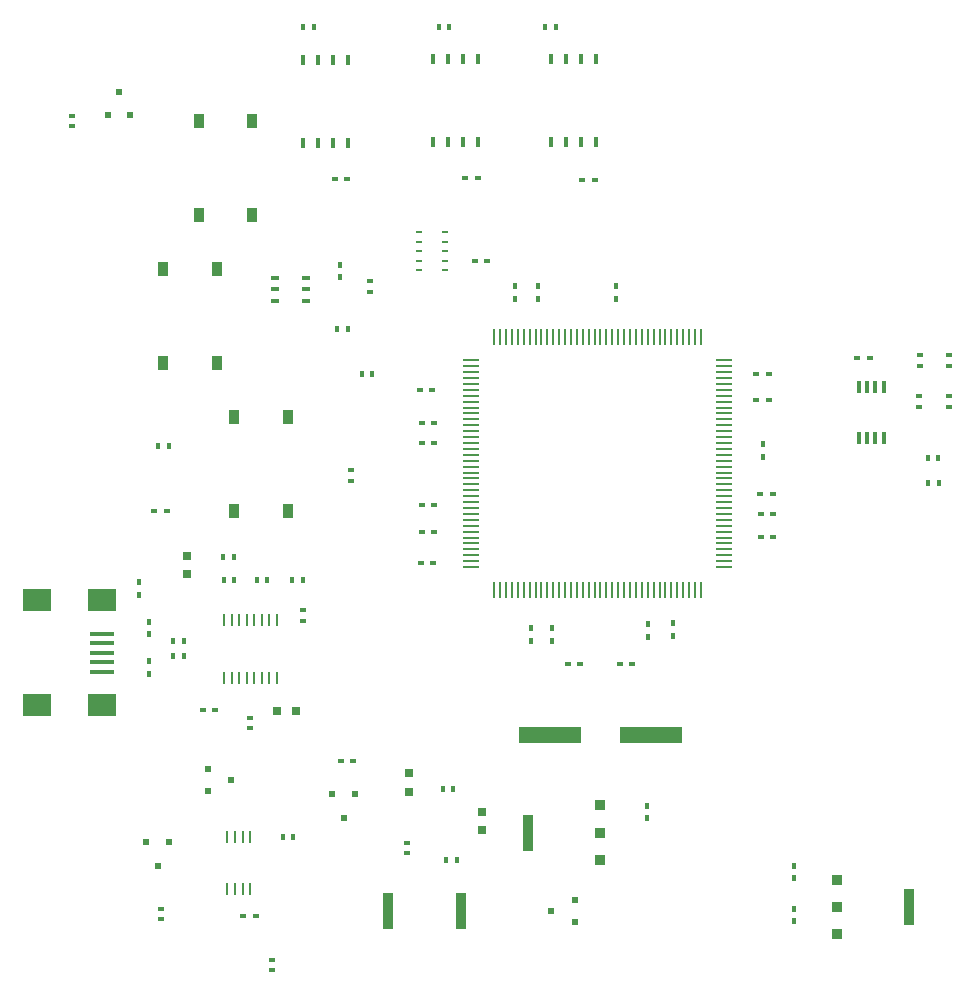
<source format=gbr>
G04 #@! TF.FileFunction,Paste,Top*
%FSLAX46Y46*%
G04 Gerber Fmt 4.6, Leading zero omitted, Abs format (unit mm)*
G04 Created by KiCad (PCBNEW 4.0.4-stable) date Thursday, April 19, 2018 'PMt' 11:46:15 PM*
%MOMM*%
%LPD*%
G01*
G04 APERTURE LIST*
%ADD10C,0.100000*%
%ADD11R,0.458000X0.810000*%
%ADD12R,0.570000X0.490000*%
%ADD13R,0.500000X0.400000*%
%ADD14R,0.400000X0.500000*%
%ADD15R,0.700000X0.700000*%
%ADD16R,2.350000X1.850000*%
%ADD17R,2.150000X0.350000*%
%ADD18R,0.490000X0.570000*%
%ADD19R,0.560000X0.360000*%
%ADD20R,0.360000X0.560000*%
%ADD21R,0.850000X3.050000*%
%ADD22R,0.150000X1.400000*%
%ADD23R,1.400000X0.150000*%
%ADD24R,0.930000X0.930000*%
%ADD25R,0.930000X3.090000*%
%ADD26R,0.210000X1.010000*%
%ADD27R,0.490000X0.250000*%
%ADD28R,0.650000X0.450000*%
%ADD29R,5.350000X1.350000*%
%ADD30R,0.970000X1.170000*%
%ADD31R,0.269100X0.993000*%
%ADD32R,0.300000X1.000000*%
%ADD33R,0.450000X1.000000*%
G04 APERTURE END LIST*
D10*
D11*
X125365000Y-37880000D03*
X126635000Y-37880000D03*
X127905000Y-37880000D03*
X124095000Y-37880000D03*
X124095000Y-30800000D03*
X125365000Y-30800000D03*
X126635000Y-30800000D03*
X127905000Y-30800000D03*
D12*
X145050000Y-102870000D03*
X147050000Y-103830000D03*
X147050000Y-101920000D03*
D13*
X127237000Y-90170000D03*
X128287000Y-90170000D03*
D14*
X145130000Y-78945000D03*
X145130000Y-79995000D03*
X155350000Y-78505000D03*
X155350000Y-79555000D03*
X144000000Y-51025000D03*
X144000000Y-49975000D03*
X153162000Y-93963000D03*
X153162000Y-95013000D03*
D13*
X116625000Y-85880000D03*
X115575000Y-85880000D03*
X135025000Y-58800000D03*
X133975000Y-58800000D03*
X135165000Y-63250000D03*
X134115000Y-63250000D03*
D14*
X150600000Y-51025000D03*
X150600000Y-49975000D03*
X163050000Y-63375000D03*
X163050000Y-64425000D03*
D13*
X162795000Y-67600000D03*
X163845000Y-67600000D03*
D14*
X142000000Y-49975000D03*
X142000000Y-51025000D03*
D13*
X162435000Y-57370000D03*
X163485000Y-57370000D03*
X162835000Y-71190000D03*
X163885000Y-71190000D03*
D14*
X153300000Y-79655000D03*
X153300000Y-78605000D03*
X143375000Y-78950000D03*
X143375000Y-80000000D03*
D13*
X135155000Y-68540000D03*
X134105000Y-68540000D03*
X135175000Y-61570000D03*
X134125000Y-61570000D03*
X119015000Y-103270000D03*
X120065000Y-103270000D03*
D14*
X165640000Y-103740000D03*
X165640000Y-102690000D03*
X165608000Y-99043000D03*
X165608000Y-100093000D03*
D13*
X127815000Y-40910000D03*
X126765000Y-40910000D03*
X138845000Y-40850000D03*
X137795000Y-40850000D03*
X148755000Y-40950000D03*
X147705000Y-40950000D03*
X146475000Y-82000000D03*
X147525000Y-82000000D03*
X150875000Y-82000000D03*
X151925000Y-82000000D03*
X138585000Y-47810000D03*
X139635000Y-47810000D03*
D14*
X127170000Y-49230000D03*
X127170000Y-48180000D03*
D13*
X112525000Y-69000000D03*
X111475000Y-69000000D03*
D14*
X110210000Y-75055000D03*
X110210000Y-76105000D03*
D15*
X133000000Y-92800000D03*
X133000000Y-91200000D03*
X139192000Y-96050000D03*
X139192000Y-94450000D03*
X121890000Y-85910000D03*
X123490000Y-85910000D03*
X114200000Y-72780000D03*
X114200000Y-74380000D03*
D16*
X101550000Y-76550000D03*
X101550000Y-85450000D03*
X107050000Y-76550000D03*
X107050000Y-85450000D03*
D17*
X107050000Y-81000000D03*
X107050000Y-80200000D03*
X107050000Y-79400000D03*
X107050000Y-81800000D03*
X107050000Y-82600000D03*
D18*
X111760000Y-99044000D03*
X112720000Y-97044000D03*
X110810000Y-97044000D03*
D12*
X118000000Y-91780000D03*
X116000000Y-90820000D03*
X116000000Y-92730000D03*
D18*
X127508000Y-94980000D03*
X128468000Y-92980000D03*
X126558000Y-92980000D03*
D19*
X112014000Y-102674000D03*
X112014000Y-103574000D03*
D20*
X113950000Y-80000000D03*
X113050000Y-80000000D03*
D21*
X137466000Y-102870000D03*
X131266000Y-102870000D03*
D19*
X121410000Y-107880000D03*
X121410000Y-106980000D03*
D20*
X135880000Y-92560000D03*
X136780000Y-92560000D03*
D19*
X132842000Y-97986000D03*
X132842000Y-97086000D03*
D20*
X123230000Y-96590000D03*
X122330000Y-96590000D03*
X136202000Y-98552000D03*
X137102000Y-98552000D03*
X124100000Y-28000000D03*
X125000000Y-28000000D03*
X135550000Y-28000000D03*
X136450000Y-28000000D03*
X144550000Y-28000000D03*
X145450000Y-28000000D03*
X129920000Y-57370000D03*
X129020000Y-57370000D03*
X126950000Y-53600000D03*
X127850000Y-53600000D03*
D19*
X128100000Y-66425000D03*
X128100000Y-65525000D03*
D20*
X111800000Y-63500000D03*
X112700000Y-63500000D03*
D19*
X129770000Y-50450000D03*
X129770000Y-49550000D03*
D20*
X113950000Y-81250000D03*
X113050000Y-81250000D03*
D19*
X124100000Y-77430000D03*
X124100000Y-78330000D03*
D20*
X121050000Y-74880000D03*
X120150000Y-74880000D03*
X124050000Y-74880000D03*
X123150000Y-74880000D03*
X118250000Y-74880000D03*
X117350000Y-74880000D03*
D19*
X119540000Y-87400000D03*
X119540000Y-86500000D03*
D20*
X118200000Y-72880000D03*
X117300000Y-72880000D03*
D22*
X140250000Y-75700000D03*
X140750000Y-75700000D03*
X141250000Y-75700000D03*
X141750000Y-75700000D03*
X142250000Y-75700000D03*
X142750000Y-75700000D03*
X143250000Y-75700000D03*
X143750000Y-75700000D03*
X144250000Y-75700000D03*
X144750000Y-75700000D03*
X145250000Y-75700000D03*
X145750000Y-75700000D03*
X146250000Y-75700000D03*
X146750000Y-75700000D03*
X147250000Y-75700000D03*
X147750000Y-75700000D03*
X148250000Y-75700000D03*
X148750000Y-75700000D03*
X149250000Y-75700000D03*
X149750000Y-75700000D03*
X150250000Y-75700000D03*
X150750000Y-75700000D03*
X151250000Y-75700000D03*
X151750000Y-75700000D03*
X152250000Y-75700000D03*
X152750000Y-75700000D03*
X153250000Y-75700000D03*
X153750000Y-75700000D03*
X154250000Y-75700000D03*
X154750000Y-75700000D03*
X155250000Y-75700000D03*
X155750000Y-75700000D03*
X156250000Y-75700000D03*
X156750000Y-75700000D03*
X157250000Y-75700000D03*
X157750000Y-75700000D03*
D23*
X159700000Y-73750000D03*
X159700000Y-73250000D03*
X159700000Y-72750000D03*
X159700000Y-72250000D03*
X159700000Y-71750000D03*
X159700000Y-71250000D03*
X159700000Y-70750000D03*
X159700000Y-70250000D03*
X159700000Y-69750000D03*
X159700000Y-69250000D03*
X159700000Y-68750000D03*
X159700000Y-68250000D03*
X159700000Y-67750000D03*
X159700000Y-67250000D03*
X159700000Y-66750000D03*
X159700000Y-66250000D03*
X159700000Y-65750000D03*
X159700000Y-65250000D03*
X159700000Y-64750000D03*
X159700000Y-64250000D03*
X159700000Y-63750000D03*
X159700000Y-63250000D03*
X159700000Y-62750000D03*
X159700000Y-62250000D03*
X159700000Y-61750000D03*
X159700000Y-61250000D03*
X159700000Y-60750000D03*
X159700000Y-60250000D03*
X159700000Y-59750000D03*
X159700000Y-59250000D03*
X159700000Y-58750000D03*
X159700000Y-58250000D03*
X159700000Y-57750000D03*
X159700000Y-57250000D03*
X159700000Y-56750000D03*
X159700000Y-56250000D03*
D22*
X157750000Y-54300000D03*
X157250000Y-54300000D03*
X156750000Y-54300000D03*
X156250000Y-54300000D03*
X155750000Y-54300000D03*
X155250000Y-54300000D03*
X154750000Y-54300000D03*
X154250000Y-54300000D03*
X153750000Y-54300000D03*
X153250000Y-54300000D03*
X152750000Y-54300000D03*
X152250000Y-54300000D03*
X151750000Y-54300000D03*
X151250000Y-54300000D03*
X150750000Y-54300000D03*
X150250000Y-54300000D03*
X149750000Y-54300000D03*
X149250000Y-54300000D03*
X148750000Y-54300000D03*
X148250000Y-54300000D03*
X147750000Y-54300000D03*
X147250000Y-54300000D03*
X146750000Y-54300000D03*
X146250000Y-54300000D03*
X145750000Y-54300000D03*
X145250000Y-54300000D03*
X144750000Y-54300000D03*
X144250000Y-54300000D03*
X143750000Y-54300000D03*
X143250000Y-54300000D03*
X142750000Y-54300000D03*
X142250000Y-54300000D03*
X141750000Y-54300000D03*
X141250000Y-54300000D03*
X140750000Y-54300000D03*
X140250000Y-54300000D03*
D23*
X138300000Y-56250000D03*
X138300000Y-56750000D03*
X138300000Y-57250000D03*
X138300000Y-57750000D03*
X138300000Y-58250000D03*
X138300000Y-58750000D03*
X138300000Y-59250000D03*
X138300000Y-59750000D03*
X138300000Y-60250000D03*
X138300000Y-60750000D03*
X138300000Y-61250000D03*
X138300000Y-61750000D03*
X138300000Y-62250000D03*
X138300000Y-62750000D03*
X138300000Y-63250000D03*
X138300000Y-63750000D03*
X138300000Y-64250000D03*
X138300000Y-64750000D03*
X138300000Y-65250000D03*
X138300000Y-65750000D03*
X138300000Y-66250000D03*
X138300000Y-66750000D03*
X138300000Y-67250000D03*
X138300000Y-67750000D03*
X138300000Y-68250000D03*
X138300000Y-68750000D03*
X138300000Y-69250000D03*
X138300000Y-69750000D03*
X138300000Y-70250000D03*
X138300000Y-70750000D03*
X138300000Y-71250000D03*
X138300000Y-71750000D03*
X138300000Y-72250000D03*
X138300000Y-72750000D03*
X138300000Y-73250000D03*
X138300000Y-73750000D03*
D24*
X169260000Y-102520000D03*
X169260000Y-100220000D03*
X169260000Y-104820000D03*
D25*
X175360000Y-102520000D03*
D26*
X118943000Y-96606000D03*
X119593000Y-96606000D03*
X118293000Y-96606000D03*
X117643000Y-96606000D03*
X119593000Y-101006000D03*
X118943000Y-101006000D03*
X118293000Y-101006000D03*
X117643000Y-101006000D03*
D11*
X136365000Y-37780000D03*
X137635000Y-37780000D03*
X138905000Y-37780000D03*
X135095000Y-37780000D03*
X135095000Y-30700000D03*
X136365000Y-30700000D03*
X137635000Y-30700000D03*
X138905000Y-30700000D03*
X146365000Y-37780000D03*
X147635000Y-37780000D03*
X148905000Y-37780000D03*
X145095000Y-37780000D03*
X145095000Y-30700000D03*
X146365000Y-30700000D03*
X147635000Y-30700000D03*
X148905000Y-30700000D03*
D27*
X136100000Y-47000000D03*
X133900000Y-47000000D03*
X136100000Y-47800000D03*
X136100000Y-48600000D03*
X136100000Y-46200000D03*
X136100000Y-45400000D03*
X133900000Y-46200000D03*
X133900000Y-45400000D03*
X133900000Y-47800000D03*
X133900000Y-48600000D03*
D28*
X121700000Y-50250000D03*
X121700000Y-49300000D03*
X121700000Y-51200000D03*
X124300000Y-51200000D03*
X124300000Y-50250000D03*
X124300000Y-49300000D03*
D29*
X145000000Y-88000000D03*
X153500000Y-88000000D03*
D13*
X170995000Y-56070000D03*
X172045000Y-56070000D03*
D30*
X112250000Y-56475000D03*
X116750000Y-56475000D03*
X116750000Y-48525000D03*
X112250000Y-48525000D03*
X122750000Y-61025000D03*
X118250000Y-61025000D03*
X118250000Y-68975000D03*
X122750000Y-68975000D03*
X119750000Y-36025000D03*
X115250000Y-36025000D03*
X115250000Y-43975000D03*
X119750000Y-43975000D03*
D13*
X162455000Y-59600000D03*
X163505000Y-59600000D03*
D19*
X178750000Y-59300000D03*
X178750000Y-60200000D03*
X178750000Y-55800000D03*
X178750000Y-56700000D03*
X176250000Y-60200000D03*
X176250000Y-59300000D03*
X176270000Y-56700000D03*
X176270000Y-55800000D03*
D13*
X135185000Y-70780000D03*
X134135000Y-70780000D03*
X135070000Y-73370000D03*
X134020000Y-73370000D03*
X162845000Y-69280000D03*
X163895000Y-69280000D03*
D31*
X121835000Y-83183000D03*
X121200000Y-83183000D03*
X120565000Y-83183000D03*
X119930000Y-83183000D03*
X119295000Y-83183000D03*
X118660000Y-83183000D03*
X118025000Y-78230000D03*
X117390000Y-78230000D03*
X118025000Y-83183000D03*
X118660000Y-78230000D03*
X121835000Y-78230000D03*
X121200000Y-78230000D03*
X120565000Y-78230000D03*
X119930000Y-78230000D03*
X119295000Y-78230000D03*
X117390000Y-83183000D03*
D24*
X149220000Y-96230000D03*
X149220000Y-98530000D03*
X149220000Y-93930000D03*
D25*
X143120000Y-96230000D03*
D14*
X111000000Y-79425000D03*
X111000000Y-78375000D03*
X111000000Y-81725000D03*
X111000000Y-82775000D03*
D32*
X171845000Y-62840000D03*
D33*
X171120000Y-62840000D03*
D32*
X172495000Y-62840000D03*
D33*
X173220000Y-62840000D03*
X171120000Y-58490000D03*
D32*
X171845000Y-58490000D03*
X172495000Y-58490000D03*
D33*
X173220000Y-58490000D03*
D18*
X108500000Y-33500000D03*
X107540000Y-35500000D03*
X109450000Y-35500000D03*
D19*
X104500000Y-36450000D03*
X104500000Y-35550000D03*
D20*
X176970000Y-66600000D03*
X177870000Y-66600000D03*
X176950000Y-64500000D03*
X177850000Y-64500000D03*
M02*

</source>
